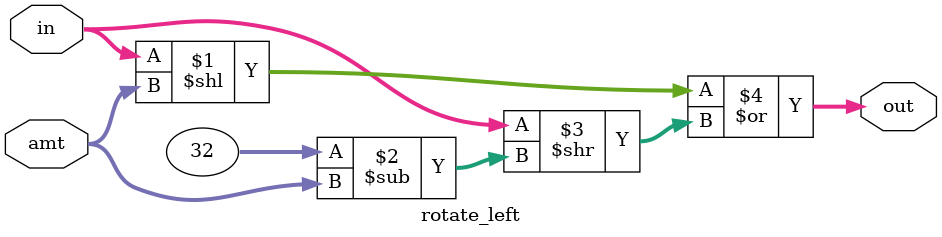
<source format=v>

module rotate_left (
    input [31:0] in,
    input [4:0] amt,
    output [31:0] out
);

    // Your code here
    assign out = (in<<amt) | (in>>(32-amt));

endmodule

</source>
